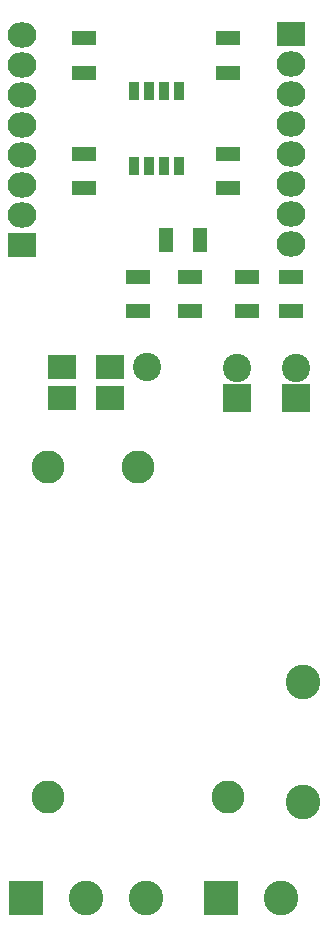
<source format=gbr>
G04 #@! TF.FileFunction,Soldermask,Top*
%FSLAX46Y46*%
G04 Gerber Fmt 4.6, Leading zero omitted, Abs format (unit mm)*
G04 Created by KiCad (PCBNEW 4.0.7-e2-6376~61~ubuntu18.04.1) date Sun Jul 15 10:10:36 2018*
%MOMM*%
%LPD*%
G01*
G04 APERTURE LIST*
%ADD10C,0.100000*%
%ADD11R,2.400000X2.400000*%
%ADD12C,2.400000*%
%ADD13C,2.940000*%
%ADD14R,2.940000X2.940000*%
%ADD15C,2.398980*%
%ADD16R,0.908000X1.543000*%
%ADD17R,2.400000X2.000000*%
%ADD18R,2.100000X1.300000*%
%ADD19R,1.300000X2.100000*%
%ADD20R,2.432000X2.127200*%
%ADD21O,2.432000X2.127200*%
%ADD22C,2.800000*%
G04 APERTURE END LIST*
D10*
D11*
X127110000Y-85920000D03*
D12*
X127110000Y-83380000D03*
D11*
X132110000Y-85920000D03*
D12*
X132110000Y-83380000D03*
D13*
X132710000Y-120120000D03*
X132710000Y-109960000D03*
D14*
X125730000Y-128270000D03*
D13*
X130810000Y-128270000D03*
D14*
X109220000Y-128270000D03*
D13*
X114300000Y-128270000D03*
X119380000Y-128270000D03*
D15*
X119510000Y-83320000D03*
D16*
X122215000Y-66295000D03*
X120945000Y-66295000D03*
X119675000Y-66295000D03*
X118405000Y-66295000D03*
X118405000Y-59945000D03*
X119675000Y-59945000D03*
X120945000Y-59945000D03*
X122215000Y-59945000D03*
D17*
X116310000Y-85920000D03*
X112310000Y-85920000D03*
X116310000Y-83320000D03*
X112310000Y-83320000D03*
D18*
X126310000Y-65270000D03*
X126310000Y-68170000D03*
X114110000Y-65270000D03*
X114110000Y-68170000D03*
X114110000Y-58370000D03*
X114110000Y-55470000D03*
X126310000Y-58370000D03*
X126310000Y-55470000D03*
X118710000Y-75670000D03*
X118710000Y-78570000D03*
X127910000Y-78570000D03*
X127910000Y-75670000D03*
X131710000Y-78570000D03*
X131710000Y-75670000D03*
X123110000Y-78570000D03*
X123110000Y-75670000D03*
D19*
X121060000Y-72520000D03*
X123960000Y-72520000D03*
D20*
X131710000Y-55120000D03*
D21*
X131710000Y-57660000D03*
X131710000Y-60200000D03*
X131710000Y-62740000D03*
X131710000Y-65280000D03*
X131710000Y-67820000D03*
X131710000Y-70360000D03*
X131710000Y-72900000D03*
D20*
X108910000Y-72920000D03*
D21*
X108910000Y-70380000D03*
X108910000Y-67840000D03*
X108910000Y-65300000D03*
X108910000Y-62760000D03*
X108910000Y-60220000D03*
X108910000Y-57680000D03*
X108910000Y-55140000D03*
D22*
X111110000Y-119720000D03*
X126310000Y-119720000D03*
X111110000Y-91720000D03*
X118710000Y-91720000D03*
M02*

</source>
